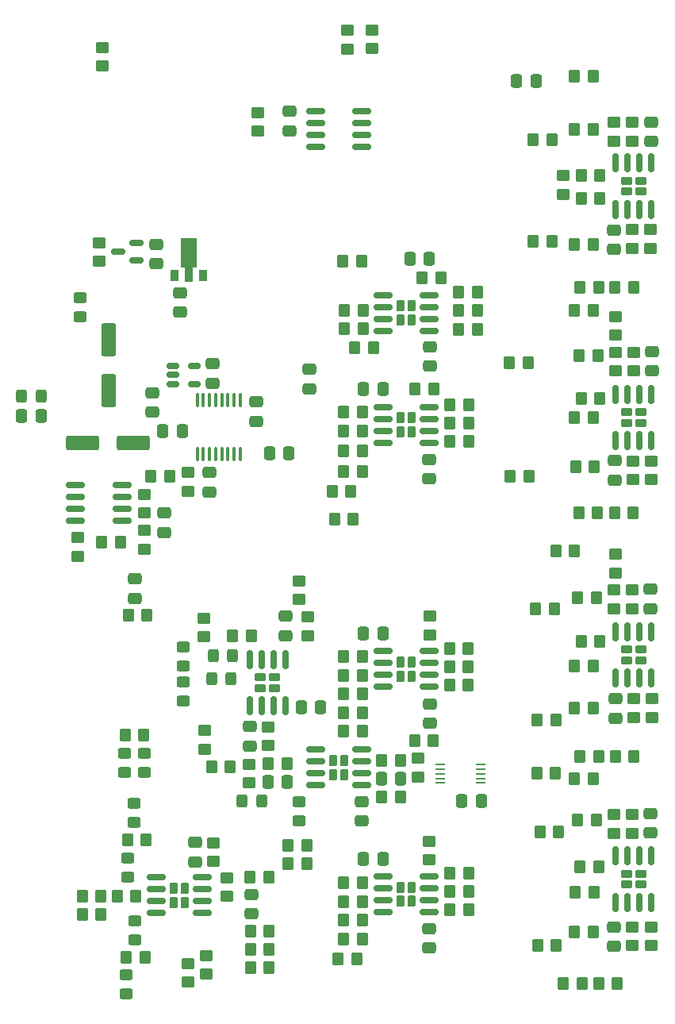
<source format=gbr>
%TF.GenerationSoftware,KiCad,Pcbnew,(6.0.1)*%
%TF.CreationDate,2022-08-04T18:13:32-07:00*%
%TF.ProjectId,main_board,6d61696e-5f62-46f6-9172-642e6b696361,2.1*%
%TF.SameCoordinates,Original*%
%TF.FileFunction,Paste,Bot*%
%TF.FilePolarity,Positive*%
%FSLAX46Y46*%
G04 Gerber Fmt 4.6, Leading zero omitted, Abs format (unit mm)*
G04 Created by KiCad (PCBNEW (6.0.1)) date 2022-08-04 18:13:32*
%MOMM*%
%LPD*%
G01*
G04 APERTURE LIST*
G04 Aperture macros list*
%AMRoundRect*
0 Rectangle with rounded corners*
0 $1 Rounding radius*
0 $2 $3 $4 $5 $6 $7 $8 $9 X,Y pos of 4 corners*
0 Add a 4 corners polygon primitive as box body*
4,1,4,$2,$3,$4,$5,$6,$7,$8,$9,$2,$3,0*
0 Add four circle primitives for the rounded corners*
1,1,$1+$1,$2,$3*
1,1,$1+$1,$4,$5*
1,1,$1+$1,$6,$7*
1,1,$1+$1,$8,$9*
0 Add four rect primitives between the rounded corners*
20,1,$1+$1,$2,$3,$4,$5,0*
20,1,$1+$1,$4,$5,$6,$7,0*
20,1,$1+$1,$6,$7,$8,$9,0*
20,1,$1+$1,$8,$9,$2,$3,0*%
%AMFreePoly0*
4,1,9,3.862500,-0.866500,0.737500,-0.866500,0.737500,-0.450000,-0.737500,-0.450000,-0.737500,0.450000,0.737500,0.450000,0.737500,0.866500,3.862500,0.866500,3.862500,-0.866500,3.862500,-0.866500,$1*%
G04 Aperture macros list end*
%ADD10RoundRect,0.250000X-0.350000X-0.450000X0.350000X-0.450000X0.350000X0.450000X-0.350000X0.450000X0*%
%ADD11RoundRect,0.250000X0.450000X-0.350000X0.450000X0.350000X-0.450000X0.350000X-0.450000X-0.350000X0*%
%ADD12RoundRect,0.250000X0.350000X0.450000X-0.350000X0.450000X-0.350000X-0.450000X0.350000X-0.450000X0*%
%ADD13RoundRect,0.250000X0.475000X-0.337500X0.475000X0.337500X-0.475000X0.337500X-0.475000X-0.337500X0*%
%ADD14RoundRect,0.250000X0.450000X-0.325000X0.450000X0.325000X-0.450000X0.325000X-0.450000X-0.325000X0*%
%ADD15RoundRect,0.250000X-0.475000X0.337500X-0.475000X-0.337500X0.475000X-0.337500X0.475000X0.337500X0*%
%ADD16RoundRect,0.230000X-0.230000X-0.375000X0.230000X-0.375000X0.230000X0.375000X-0.230000X0.375000X0*%
%ADD17RoundRect,0.150000X-0.825000X-0.150000X0.825000X-0.150000X0.825000X0.150000X-0.825000X0.150000X0*%
%ADD18RoundRect,0.250000X-0.450000X0.350000X-0.450000X-0.350000X0.450000X-0.350000X0.450000X0.350000X0*%
%ADD19RoundRect,0.150000X0.825000X0.150000X-0.825000X0.150000X-0.825000X-0.150000X0.825000X-0.150000X0*%
%ADD20R,1.100000X0.250000*%
%ADD21RoundRect,0.250000X0.325000X0.450000X-0.325000X0.450000X-0.325000X-0.450000X0.325000X-0.450000X0*%
%ADD22RoundRect,0.230000X0.230000X0.375000X-0.230000X0.375000X-0.230000X-0.375000X0.230000X-0.375000X0*%
%ADD23RoundRect,0.250000X-0.450000X0.325000X-0.450000X-0.325000X0.450000X-0.325000X0.450000X0.325000X0*%
%ADD24RoundRect,0.230000X-0.375000X0.230000X-0.375000X-0.230000X0.375000X-0.230000X0.375000X0.230000X0*%
%ADD25RoundRect,0.150000X-0.150000X0.825000X-0.150000X-0.825000X0.150000X-0.825000X0.150000X0.825000X0*%
%ADD26RoundRect,0.250000X-0.337500X-0.475000X0.337500X-0.475000X0.337500X0.475000X-0.337500X0.475000X0*%
%ADD27RoundRect,0.250000X0.337500X0.475000X-0.337500X0.475000X-0.337500X-0.475000X0.337500X-0.475000X0*%
%ADD28RoundRect,0.250000X-0.550000X1.500000X-0.550000X-1.500000X0.550000X-1.500000X0.550000X1.500000X0*%
%ADD29RoundRect,0.100000X0.100000X-0.637500X0.100000X0.637500X-0.100000X0.637500X-0.100000X-0.637500X0*%
%ADD30RoundRect,0.230000X0.375000X-0.230000X0.375000X0.230000X-0.375000X0.230000X-0.375000X-0.230000X0*%
%ADD31RoundRect,0.150000X0.150000X-0.825000X0.150000X0.825000X-0.150000X0.825000X-0.150000X-0.825000X0*%
%ADD32RoundRect,0.250000X-0.325000X-0.450000X0.325000X-0.450000X0.325000X0.450000X-0.325000X0.450000X0*%
%ADD33RoundRect,0.150000X-0.512500X-0.150000X0.512500X-0.150000X0.512500X0.150000X-0.512500X0.150000X0*%
%ADD34R,0.900000X1.300000*%
%ADD35FreePoly0,90.000000*%
%ADD36RoundRect,0.150000X0.587500X0.150000X-0.587500X0.150000X-0.587500X-0.150000X0.587500X-0.150000X0*%
%ADD37RoundRect,0.250000X-1.500000X-0.550000X1.500000X-0.550000X1.500000X0.550000X-1.500000X0.550000X0*%
G04 APERTURE END LIST*
D10*
X104550000Y-86800000D03*
X106550000Y-86800000D03*
D11*
X110300000Y-68800000D03*
X110300000Y-66800000D03*
D10*
X98200000Y-91250000D03*
X100200000Y-91250000D03*
D12*
X113550000Y-143250000D03*
X111550000Y-143250000D03*
X88850000Y-122100000D03*
X86850000Y-122100000D03*
D13*
X83200000Y-89537500D03*
X83200000Y-87462500D03*
X80600000Y-115875000D03*
X80600000Y-113800000D03*
D12*
X88900000Y-83150000D03*
X86900000Y-83150000D03*
D10*
X66250000Y-98850000D03*
X68250000Y-98850000D03*
D12*
X114200000Y-90550000D03*
X112200000Y-90550000D03*
D14*
X63750000Y-141675000D03*
X63750000Y-139625000D03*
D10*
X98150000Y-119200000D03*
X100150000Y-119200000D03*
D15*
X69400000Y-79312500D03*
X69400000Y-81387500D03*
D16*
X94070000Y-92650000D03*
X92930000Y-92650000D03*
X94070000Y-94150000D03*
X92930000Y-94150000D03*
D17*
X91025000Y-95305000D03*
X91025000Y-94035000D03*
X91025000Y-92765000D03*
X91025000Y-91495000D03*
X95975000Y-91495000D03*
X95975000Y-92765000D03*
X95975000Y-94035000D03*
X95975000Y-95305000D03*
D18*
X117750000Y-97250000D03*
X117750000Y-99250000D03*
D10*
X111950000Y-102800000D03*
X113950000Y-102800000D03*
D12*
X88850000Y-144250000D03*
X86850000Y-144250000D03*
D19*
X88775000Y-59895000D03*
X88775000Y-61165000D03*
X88775000Y-62435000D03*
X88775000Y-63705000D03*
X83825000Y-63705000D03*
X83825000Y-62435000D03*
X83825000Y-61165000D03*
X83825000Y-59895000D03*
D12*
X88850000Y-96150000D03*
X86850000Y-96150000D03*
D15*
X81100000Y-59975000D03*
X81100000Y-62050000D03*
D10*
X80900000Y-140200000D03*
X82900000Y-140200000D03*
D12*
X78850000Y-141650000D03*
X76850000Y-141650000D03*
D10*
X112200000Y-69250000D03*
X114200000Y-69250000D03*
D11*
X96050000Y-115800000D03*
X96050000Y-113800000D03*
D12*
X82925000Y-138250000D03*
X80925000Y-138250000D03*
D10*
X98200000Y-145150000D03*
X100200000Y-145150000D03*
X98200000Y-93200000D03*
X100200000Y-93200000D03*
D12*
X109450000Y-130550000D03*
X107450000Y-130550000D03*
D15*
X96000000Y-147112500D03*
X96000000Y-149187500D03*
D18*
X119650000Y-146950000D03*
X119650000Y-148950000D03*
D10*
X111500000Y-56200000D03*
X113500000Y-56200000D03*
D20*
X97175000Y-131600000D03*
X97175000Y-131100000D03*
X97175000Y-130600000D03*
X97175000Y-130100000D03*
X97175000Y-129600000D03*
X101475000Y-129600000D03*
X101475000Y-130100000D03*
X101475000Y-130600000D03*
X101475000Y-131100000D03*
X101475000Y-131600000D03*
D18*
X61100000Y-53150000D03*
X61100000Y-55150000D03*
D10*
X111800000Y-111850000D03*
X113800000Y-111850000D03*
D16*
X92930000Y-144200000D03*
X94070000Y-142700000D03*
X94070000Y-144200000D03*
X92930000Y-142700000D03*
D17*
X91025000Y-145355000D03*
X91025000Y-144085000D03*
X91025000Y-142815000D03*
X91025000Y-141545000D03*
X95975000Y-141545000D03*
X95975000Y-142815000D03*
X95975000Y-144085000D03*
X95975000Y-145355000D03*
D10*
X98150000Y-117250000D03*
X100150000Y-117250000D03*
D12*
X113500000Y-119100000D03*
X111500000Y-119100000D03*
D10*
X112000000Y-86050000D03*
X114000000Y-86050000D03*
D12*
X114200000Y-116500000D03*
X112200000Y-116500000D03*
D21*
X78075000Y-133550000D03*
X76025000Y-133550000D03*
D15*
X64550000Y-109812500D03*
X64550000Y-111887500D03*
D10*
X111500000Y-123600000D03*
X113500000Y-123600000D03*
D12*
X88850000Y-98400000D03*
X86850000Y-98400000D03*
D11*
X96000000Y-139800000D03*
X96000000Y-137800000D03*
D10*
X63750000Y-137700000D03*
X65750000Y-137700000D03*
X99100000Y-81200000D03*
X101100000Y-81200000D03*
D11*
X115700000Y-113000000D03*
X115700000Y-111000000D03*
D15*
X67650000Y-102812500D03*
X67650000Y-104887500D03*
D12*
X88850000Y-92050000D03*
X86850000Y-92050000D03*
D22*
X69870000Y-142825000D03*
X68730000Y-144325000D03*
X69870000Y-144325000D03*
X68730000Y-142825000D03*
D19*
X71775000Y-141670000D03*
X71775000Y-142940000D03*
X71775000Y-144210000D03*
X71775000Y-145480000D03*
X66825000Y-145480000D03*
X66825000Y-144210000D03*
X66825000Y-142940000D03*
X66825000Y-141670000D03*
D16*
X92930000Y-120200000D03*
X94070000Y-118700000D03*
X92930000Y-118700000D03*
X94070000Y-120200000D03*
D17*
X91025000Y-121355000D03*
X91025000Y-120085000D03*
X91025000Y-118815000D03*
X91025000Y-117545000D03*
X95975000Y-117545000D03*
X95975000Y-118815000D03*
X95975000Y-120085000D03*
X95975000Y-121355000D03*
D23*
X64550000Y-146275000D03*
X64550000Y-148325000D03*
D12*
X117800000Y-78700000D03*
X115800000Y-78700000D03*
D24*
X117050000Y-142420000D03*
X118550000Y-141280000D03*
X118550000Y-142420000D03*
X117050000Y-141280000D03*
D25*
X115895000Y-139375000D03*
X117165000Y-139375000D03*
X118435000Y-139375000D03*
X119705000Y-139375000D03*
X119705000Y-144325000D03*
X118435000Y-144325000D03*
X117165000Y-144325000D03*
X115895000Y-144325000D03*
D24*
X117050000Y-92030000D03*
X117050000Y-93170000D03*
X118550000Y-92030000D03*
X118550000Y-93170000D03*
D25*
X115895000Y-90125000D03*
X117165000Y-90125000D03*
X118435000Y-90125000D03*
X119705000Y-90125000D03*
X119705000Y-95075000D03*
X118435000Y-95075000D03*
X117165000Y-95075000D03*
X115895000Y-95075000D03*
D13*
X88800000Y-135637500D03*
X88800000Y-133562500D03*
D15*
X72850000Y-86862500D03*
X72850000Y-88937500D03*
D10*
X98200000Y-143200000D03*
X100200000Y-143200000D03*
D22*
X86870000Y-129200000D03*
X85730000Y-129200000D03*
X85730000Y-130700000D03*
X86870000Y-130700000D03*
D19*
X88775000Y-128045000D03*
X88775000Y-129315000D03*
X88775000Y-130585000D03*
X88775000Y-131855000D03*
X83825000Y-131855000D03*
X83825000Y-130585000D03*
X83825000Y-129315000D03*
X83825000Y-128045000D03*
D11*
X117650000Y-113000000D03*
X117650000Y-111000000D03*
D15*
X119625000Y-110937500D03*
X119625000Y-113012500D03*
D26*
X88962500Y-115650000D03*
X91037500Y-115650000D03*
D12*
X88850000Y-94050000D03*
X86850000Y-94050000D03*
D18*
X117650000Y-146950000D03*
X117650000Y-148950000D03*
D26*
X88962500Y-139650000D03*
X91037500Y-139650000D03*
D10*
X111500000Y-92600000D03*
X113500000Y-92600000D03*
D18*
X70250000Y-150850000D03*
X70250000Y-152850000D03*
D27*
X80987500Y-96400000D03*
X78912500Y-96400000D03*
D11*
X117650000Y-63150000D03*
X117650000Y-61150000D03*
D12*
X88900000Y-81150000D03*
X86900000Y-81150000D03*
D10*
X63850000Y-113700000D03*
X65850000Y-113700000D03*
X75000000Y-115875000D03*
X77000000Y-115875000D03*
X107350000Y-113000000D03*
X109350000Y-113000000D03*
D11*
X115850000Y-109200000D03*
X115850000Y-107200000D03*
D10*
X110300000Y-153000000D03*
X112300000Y-153000000D03*
D14*
X58750000Y-81850000D03*
X58750000Y-79800000D03*
D10*
X76900000Y-149325000D03*
X78900000Y-149325000D03*
D12*
X113800000Y-135500000D03*
X111800000Y-135500000D03*
D10*
X86850000Y-126100000D03*
X88850000Y-126100000D03*
D24*
X118550000Y-67380000D03*
X117050000Y-67380000D03*
X118550000Y-68520000D03*
X117050000Y-68520000D03*
D25*
X115895000Y-65475000D03*
X117165000Y-65475000D03*
X118435000Y-65475000D03*
X119705000Y-65475000D03*
X119705000Y-70425000D03*
X118435000Y-70425000D03*
X117165000Y-70425000D03*
X115895000Y-70425000D03*
D12*
X87850000Y-103450000D03*
X85850000Y-103450000D03*
D14*
X82050000Y-135625000D03*
X82050000Y-133575000D03*
D10*
X98200000Y-95150000D03*
X100200000Y-95150000D03*
D18*
X65600000Y-104650000D03*
X65600000Y-106650000D03*
D11*
X74400000Y-143700000D03*
X74400000Y-141700000D03*
D26*
X78762500Y-131500000D03*
X80837500Y-131500000D03*
D14*
X65550000Y-130475000D03*
X65550000Y-128425000D03*
D18*
X60775000Y-73950000D03*
X60775000Y-75950000D03*
D15*
X70950000Y-137937500D03*
X70950000Y-140012500D03*
D12*
X88850000Y-142250000D03*
X86850000Y-142250000D03*
X87600000Y-100450000D03*
X85600000Y-100450000D03*
D28*
X61750000Y-84325000D03*
X61750000Y-89725000D03*
D12*
X60950000Y-145650000D03*
X58950000Y-145650000D03*
X113500000Y-131150000D03*
X111500000Y-131150000D03*
D11*
X70200000Y-100450000D03*
X70200000Y-98450000D03*
X77650000Y-62075000D03*
X77650000Y-60075000D03*
D23*
X63650000Y-152075000D03*
X63650000Y-154125000D03*
D12*
X92900000Y-129200000D03*
X90900000Y-129200000D03*
D15*
X96050000Y-85062500D03*
X96050000Y-87137500D03*
D12*
X88850000Y-146250000D03*
X86850000Y-146250000D03*
D10*
X98150000Y-121150000D03*
X100150000Y-121150000D03*
D16*
X94070000Y-80700000D03*
X94070000Y-82200000D03*
X92930000Y-82200000D03*
X92930000Y-80700000D03*
D17*
X91025000Y-83355000D03*
X91025000Y-82085000D03*
X91025000Y-80815000D03*
X91025000Y-79545000D03*
X95975000Y-79545000D03*
X95975000Y-80815000D03*
X95975000Y-82085000D03*
X95975000Y-83355000D03*
D15*
X119750000Y-85587500D03*
X119750000Y-87662500D03*
D29*
X75775000Y-96512500D03*
X75125000Y-96512500D03*
X74475000Y-96512500D03*
X73825000Y-96512500D03*
X73175000Y-96512500D03*
X72525000Y-96512500D03*
X71875000Y-96512500D03*
X71225000Y-96512500D03*
X71225000Y-90787500D03*
X71875000Y-90787500D03*
X72525000Y-90787500D03*
X73175000Y-90787500D03*
X73825000Y-90787500D03*
X74475000Y-90787500D03*
X75125000Y-90787500D03*
X75775000Y-90787500D03*
D10*
X112050000Y-128800000D03*
X114050000Y-128800000D03*
X72750000Y-129875000D03*
X74750000Y-129875000D03*
D15*
X119650000Y-61087500D03*
X119650000Y-63162500D03*
D18*
X78800000Y-125600000D03*
X78800000Y-127600000D03*
D10*
X99100000Y-79200000D03*
X101100000Y-79200000D03*
X76875000Y-147375000D03*
X78875000Y-147375000D03*
X86250000Y-150350000D03*
X88250000Y-150350000D03*
D27*
X95987500Y-75700000D03*
X93912500Y-75700000D03*
D15*
X115675000Y-146937500D03*
X115675000Y-149012500D03*
D12*
X90000000Y-85150000D03*
X88000000Y-85150000D03*
D30*
X79450000Y-121470000D03*
X77950000Y-121470000D03*
X79450000Y-120330000D03*
X77950000Y-120330000D03*
D31*
X80605000Y-123375000D03*
X79335000Y-123375000D03*
X78065000Y-123375000D03*
X76795000Y-123375000D03*
X76795000Y-118425000D03*
X78065000Y-118425000D03*
X79335000Y-118425000D03*
X80605000Y-118425000D03*
D11*
X115850000Y-83850000D03*
X115850000Y-81850000D03*
D27*
X69612500Y-94075000D03*
X67537500Y-94075000D03*
D18*
X119700000Y-97250000D03*
X119700000Y-99250000D03*
D11*
X72000000Y-128000000D03*
X72000000Y-126000000D03*
D18*
X117800000Y-122600000D03*
X117800000Y-124600000D03*
D26*
X88962500Y-89600000D03*
X91037500Y-89600000D03*
D15*
X96050000Y-123162500D03*
X96050000Y-125237500D03*
D12*
X80800000Y-129500000D03*
X78800000Y-129500000D03*
X113500000Y-61900000D03*
X111500000Y-61900000D03*
D15*
X66800000Y-74150000D03*
X66800000Y-76225000D03*
D14*
X69750000Y-119125000D03*
X69750000Y-117075000D03*
D13*
X76800000Y-127637500D03*
X76800000Y-125562500D03*
D12*
X88850000Y-148250000D03*
X86850000Y-148250000D03*
D10*
X76875000Y-151275000D03*
X78875000Y-151275000D03*
D18*
X119600000Y-72550000D03*
X119600000Y-74550000D03*
D26*
X82312500Y-123525000D03*
X84387500Y-123525000D03*
D18*
X119750000Y-122600000D03*
X119750000Y-124600000D03*
D12*
X113600000Y-97850000D03*
X111600000Y-97850000D03*
D11*
X65600000Y-102800000D03*
X65600000Y-100800000D03*
D18*
X58425000Y-105425000D03*
X58425000Y-107425000D03*
D10*
X61000000Y-105925000D03*
X63000000Y-105925000D03*
D23*
X63450000Y-128425000D03*
X63450000Y-130475000D03*
D10*
X112050000Y-78700000D03*
X114050000Y-78700000D03*
D13*
X77000000Y-145537500D03*
X77000000Y-143462500D03*
D10*
X111500000Y-147450000D03*
X113500000Y-147450000D03*
D12*
X117850000Y-128800000D03*
X115850000Y-128800000D03*
D10*
X62675000Y-143675000D03*
X64675000Y-143675000D03*
D15*
X119600000Y-134862500D03*
X119600000Y-136937500D03*
D12*
X96450000Y-89550000D03*
X94450000Y-89550000D03*
D26*
X105312500Y-56700000D03*
X107387500Y-56700000D03*
D18*
X87275000Y-51300000D03*
X87275000Y-53300000D03*
D27*
X101512500Y-133500000D03*
X99437500Y-133500000D03*
D15*
X96000000Y-97062500D03*
X96000000Y-99137500D03*
D12*
X88750000Y-75900000D03*
X86750000Y-75900000D03*
D21*
X75000000Y-118025000D03*
X72950000Y-118025000D03*
D12*
X114200000Y-66800000D03*
X112200000Y-66800000D03*
D10*
X90900000Y-133100000D03*
X92900000Y-133100000D03*
D32*
X72775000Y-120450000D03*
X74825000Y-120450000D03*
D18*
X82050000Y-110025000D03*
X82050000Y-112025000D03*
D11*
X72950000Y-139975000D03*
X72950000Y-137975000D03*
D12*
X101100000Y-83200000D03*
X99100000Y-83200000D03*
D11*
X94800000Y-130950000D03*
X94800000Y-128950000D03*
D32*
X52475000Y-90350000D03*
X54525000Y-90350000D03*
D12*
X117750000Y-102800000D03*
X115750000Y-102800000D03*
X88850000Y-120100000D03*
X86850000Y-120100000D03*
D10*
X58925000Y-143675000D03*
X60925000Y-143675000D03*
D24*
X117050000Y-117380000D03*
X117050000Y-118520000D03*
X118550000Y-118520000D03*
X118550000Y-117380000D03*
D25*
X115895000Y-115475000D03*
X117165000Y-115475000D03*
X118435000Y-115475000D03*
X119705000Y-115475000D03*
X119705000Y-120425000D03*
X118435000Y-120425000D03*
X117165000Y-120425000D03*
X115895000Y-120425000D03*
D12*
X97200000Y-77700000D03*
X95200000Y-77700000D03*
D14*
X69750000Y-122875000D03*
X69750000Y-120825000D03*
D15*
X77500000Y-90962500D03*
X77500000Y-93037500D03*
D10*
X112050000Y-140550000D03*
X114050000Y-140550000D03*
D17*
X58225000Y-103655000D03*
X58225000Y-102385000D03*
X58225000Y-101115000D03*
X58225000Y-99845000D03*
X63175000Y-99845000D03*
X63175000Y-101115000D03*
X63175000Y-102385000D03*
X63175000Y-103655000D03*
D10*
X63500000Y-126500000D03*
X65500000Y-126500000D03*
D33*
X68587500Y-89025000D03*
X68587500Y-88075000D03*
X68587500Y-87125000D03*
X70862500Y-87125000D03*
X70862500Y-89025000D03*
D12*
X88850000Y-118100000D03*
X86850000Y-118100000D03*
X113500000Y-74200000D03*
X111500000Y-74200000D03*
D10*
X63650000Y-150150000D03*
X65650000Y-150150000D03*
D12*
X88850000Y-124100000D03*
X86850000Y-124100000D03*
D15*
X115800000Y-97212500D03*
X115800000Y-99287500D03*
D10*
X107550000Y-148900000D03*
X109550000Y-148900000D03*
X107500000Y-124850000D03*
X109500000Y-124850000D03*
D11*
X71900000Y-116000000D03*
X71900000Y-114000000D03*
X117800000Y-87650000D03*
X117800000Y-85650000D03*
D10*
X107050000Y-63000000D03*
X109050000Y-63000000D03*
D15*
X115850000Y-122612500D03*
X115850000Y-124687500D03*
D34*
X71825000Y-77500000D03*
D35*
X70325000Y-77412500D03*
D34*
X68825000Y-77500000D03*
D12*
X111500000Y-106800000D03*
X109500000Y-106800000D03*
D11*
X83000000Y-115900000D03*
X83000000Y-113900000D03*
D26*
X52462500Y-92450000D03*
X54537500Y-92450000D03*
D12*
X116050000Y-153000000D03*
X114050000Y-153000000D03*
D10*
X104600000Y-98850000D03*
X106600000Y-98850000D03*
D11*
X115850000Y-87650000D03*
X115850000Y-85650000D03*
X115650000Y-136950000D03*
X115650000Y-134950000D03*
D10*
X111500000Y-81200000D03*
X113500000Y-81200000D03*
X94400000Y-127075000D03*
X96400000Y-127075000D03*
D11*
X115700000Y-63150000D03*
X115700000Y-61150000D03*
D15*
X115700000Y-72612500D03*
X115700000Y-74687500D03*
D11*
X72175000Y-152000000D03*
X72175000Y-150000000D03*
D10*
X98200000Y-141250000D03*
X100200000Y-141250000D03*
X107800000Y-136800000D03*
X109800000Y-136800000D03*
D26*
X90862500Y-131150000D03*
X92937500Y-131150000D03*
D15*
X72550000Y-98462500D03*
X72550000Y-100537500D03*
D36*
X64687500Y-73950000D03*
X64687500Y-75850000D03*
X62812500Y-74900000D03*
D10*
X107050000Y-73850000D03*
X109050000Y-73850000D03*
D14*
X64500000Y-135775000D03*
X64500000Y-133725000D03*
D11*
X117600000Y-136950000D03*
X117600000Y-134950000D03*
X76750000Y-131600000D03*
X76750000Y-129600000D03*
D37*
X59000000Y-95350000D03*
X64400000Y-95350000D03*
D18*
X89850000Y-51275000D03*
X89850000Y-53275000D03*
X117650000Y-72550000D03*
X117650000Y-74550000D03*
D15*
X66425000Y-89962500D03*
X66425000Y-92037500D03*
M02*

</source>
